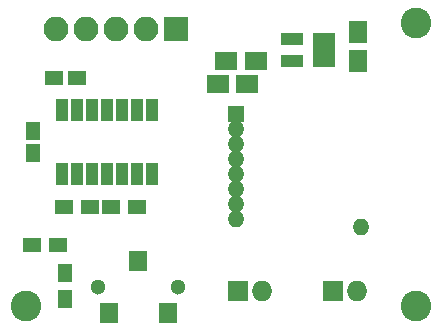
<source format=gts>
G04 #@! TF.FileFunction,Soldermask,Top*
%FSLAX46Y46*%
G04 Gerber Fmt 4.6, Leading zero omitted, Abs format (unit mm)*
G04 Created by KiCad (PCBNEW 4.0.4-stable) date Sunday, October 15, 2017 'PMt' 03:04:39 PM*
%MOMM*%
%LPD*%
G01*
G04 APERTURE LIST*
%ADD10C,0.100000*%
%ADD11R,1.960000X1.050000*%
%ADD12R,2.100000X2.100000*%
%ADD13O,2.100000X2.100000*%
%ADD14R,1.600000X1.150000*%
%ADD15R,1.600000X1.300000*%
%ADD16R,1.300000X1.600000*%
%ADD17R,1.900000X1.650000*%
%ADD18R,1.150000X1.600000*%
%ADD19R,1.650000X1.900000*%
%ADD20R,1.600000X1.800000*%
%ADD21C,1.300000*%
%ADD22R,1.000000X1.900000*%
%ADD23C,2.600000*%
%ADD24R,1.400000X1.400000*%
%ADD25O,1.400000X1.400000*%
%ADD26R,1.750000X1.750000*%
%ADD27O,1.750000X1.750000*%
G04 APERTURE END LIST*
D10*
D11*
X77200000Y-55250000D03*
X77200000Y-54300000D03*
X77200000Y-53350000D03*
X74500000Y-53350000D03*
X74500000Y-55250000D03*
D12*
X64679999Y-52500000D03*
D13*
X62139999Y-52500000D03*
X59599999Y-52500000D03*
X57059999Y-52500000D03*
X54519999Y-52500000D03*
D14*
X56300000Y-56700000D03*
X54400000Y-56700000D03*
D15*
X59200000Y-67600000D03*
X61400000Y-67600000D03*
D16*
X55300000Y-73200000D03*
X55300000Y-75400000D03*
D17*
X71450000Y-55200000D03*
X68950000Y-55200000D03*
X68250000Y-57200000D03*
X70750000Y-57200000D03*
D18*
X52600000Y-63050000D03*
X52600000Y-61150000D03*
D19*
X80100000Y-55250000D03*
X80100000Y-52750000D03*
D20*
X59000000Y-76600000D03*
X64000000Y-76600000D03*
X61500000Y-72200000D03*
D21*
X58100000Y-74400000D03*
X64900000Y-74400000D03*
D22*
X55090000Y-64800000D03*
X56360000Y-64800000D03*
X57630000Y-64800000D03*
X58900000Y-64800000D03*
X60170000Y-64800000D03*
X61440000Y-64800000D03*
X62710000Y-64800000D03*
X62710000Y-59400000D03*
X61440000Y-59400000D03*
X60170000Y-59400000D03*
X58900000Y-59400000D03*
X57630000Y-59400000D03*
X56360000Y-59400000D03*
X55090000Y-59400000D03*
D23*
X85000000Y-76000000D03*
X85000000Y-52000000D03*
X52000000Y-76000000D03*
D24*
X69800000Y-59710000D03*
D25*
X69800000Y-60980000D03*
X69800000Y-62250000D03*
X69800000Y-63520000D03*
X69800000Y-64790000D03*
X69800000Y-66060000D03*
X69800000Y-67330000D03*
X69800000Y-68600000D03*
X80400000Y-69255000D03*
D15*
X52500000Y-70800000D03*
X54700000Y-70800000D03*
X55200000Y-67600000D03*
X57400000Y-67600000D03*
D26*
X70000000Y-74700000D03*
D27*
X72000000Y-74700000D03*
D26*
X78000000Y-74700000D03*
D27*
X80000000Y-74700000D03*
M02*

</source>
